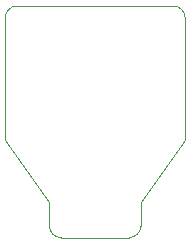
<source format=gbr>
%TF.GenerationSoftware,KiCad,Pcbnew,(6.0.1)*%
%TF.CreationDate,2022-02-07T23:00:35+01:00*%
%TF.ProjectId,pogo,706f676f-2e6b-4696-9361-645f70636258,1.0*%
%TF.SameCoordinates,Original*%
%TF.FileFunction,Profile,NP*%
%FSLAX46Y46*%
G04 Gerber Fmt 4.6, Leading zero omitted, Abs format (unit mm)*
G04 Created by KiCad (PCBNEW (6.0.1)) date 2022-02-07 23:00:35*
%MOMM*%
%LPD*%
G01*
G04 APERTURE LIST*
%TA.AperFunction,Profile*%
%ADD10C,0.100000*%
%TD*%
G04 APERTURE END LIST*
D10*
X150150000Y-120530000D02*
G75*
G03*
X151150000Y-119530000I-3J1000003D01*
G01*
X143410000Y-117530000D02*
X143400000Y-119530000D01*
X151150000Y-117530000D02*
X154900000Y-112290001D01*
X140660000Y-100930001D02*
G75*
G03*
X139660000Y-101930001I3J-1000003D01*
G01*
X139660000Y-112290001D02*
X143410000Y-117530000D01*
X139660000Y-101930001D02*
X139660000Y-112290001D01*
X154900000Y-101930000D02*
G75*
G03*
X153900000Y-100930000I-1000003J-3D01*
G01*
X143400000Y-119530000D02*
G75*
G03*
X144400000Y-120530000I1000003J3D01*
G01*
X153900000Y-100930000D02*
X140660000Y-100930001D01*
X151150000Y-119530000D02*
X151150000Y-117530000D01*
X144400000Y-120530000D02*
X150150000Y-120530000D01*
X154900000Y-112290001D02*
X154900000Y-101930000D01*
M02*

</source>
